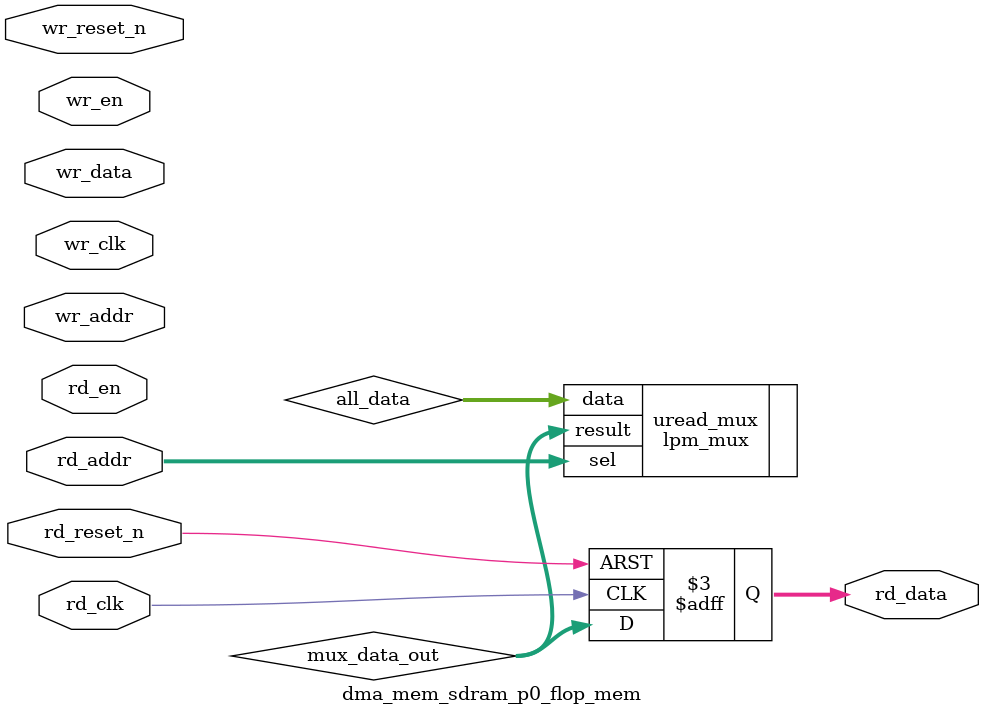
<source format=v>



`timescale 1 ps / 1 ps

(* altera_attribute = "-name ALLOW_SYNCH_CTRL_USAGE ON;-name AUTO_CLOCK_ENABLE_RECOGNITION ON" *)
module dma_mem_sdram_p0_flop_mem(
	wr_reset_n,
	wr_clk,
	wr_en,
	wr_addr,
	wr_data,
	rd_reset_n,
	rd_clk,
	rd_en,
	rd_addr,
	rd_data
);

parameter WRITE_MEM_DEPTH	= "";
parameter WRITE_ADDR_WIDTH	= "";
parameter WRITE_DATA_WIDTH	= "";
parameter READ_MEM_DEPTH	= "";
parameter READ_ADDR_WIDTH	= "";		 
parameter READ_DATA_WIDTH	= "";


input	wr_reset_n;
input	wr_clk;
input	wr_en;
input	[WRITE_ADDR_WIDTH-1:0] wr_addr;
input	[WRITE_DATA_WIDTH-1:0] wr_data;
input	rd_reset_n;
input	rd_clk;
input	rd_en;
input	[READ_ADDR_WIDTH-1:0] rd_addr;
output	[READ_DATA_WIDTH-1:0] rd_data;



wire	[WRITE_DATA_WIDTH*WRITE_MEM_DEPTH-1:0] all_data;
wire	[READ_DATA_WIDTH-1:0] mux_data_out;



// declare a memory with WRITE_MEM_DEPTH entries
// each entry contains a data size of WRITE_DATA_WIDTH
reg	[WRITE_DATA_WIDTH-1:0] data_stored [0:WRITE_MEM_DEPTH-1] /* synthesis syn_preserve = 1 */;
reg	[READ_DATA_WIDTH-1:0] rd_data;

generate
genvar entry;
	for (entry=0; entry < WRITE_MEM_DEPTH; entry=entry+1)
	begin: mem_location
		assign all_data[(WRITE_DATA_WIDTH*(entry+1)-1) : (WRITE_DATA_WIDTH*entry)] = data_stored[entry]; 
		
		always @(posedge wr_clk or negedge wr_reset_n)
		begin
			if (~wr_reset_n) begin
				data_stored[entry] <= {WRITE_DATA_WIDTH{1'b0}};
			end else begin
				if (wr_en) begin
					if (entry == wr_addr) begin
						data_stored[entry] <= wr_data;
					end
				end
			end
		end		
	end
endgenerate

// mux to select the correct output data based on read address
lpm_mux	uread_mux(
	.sel (rd_addr),
	.data (all_data),
	.result (mux_data_out)
	// synopsys translate_off
	,
	.aclr (),
	.clken (),
	.clock ()
	// synopsys translate_on
	);
 defparam uread_mux.lpm_size = READ_MEM_DEPTH;
 defparam uread_mux.lpm_type = "LPM_MUX";
 defparam uread_mux.lpm_width = READ_DATA_WIDTH;
 defparam uread_mux.lpm_widths = READ_ADDR_WIDTH;

always @(posedge rd_clk or negedge rd_reset_n)	
begin
	if (~rd_reset_n) begin
		rd_data <= {READ_DATA_WIDTH{1'b0}};
	end else begin
		rd_data <= mux_data_out;
	end
end

endmodule

</source>
